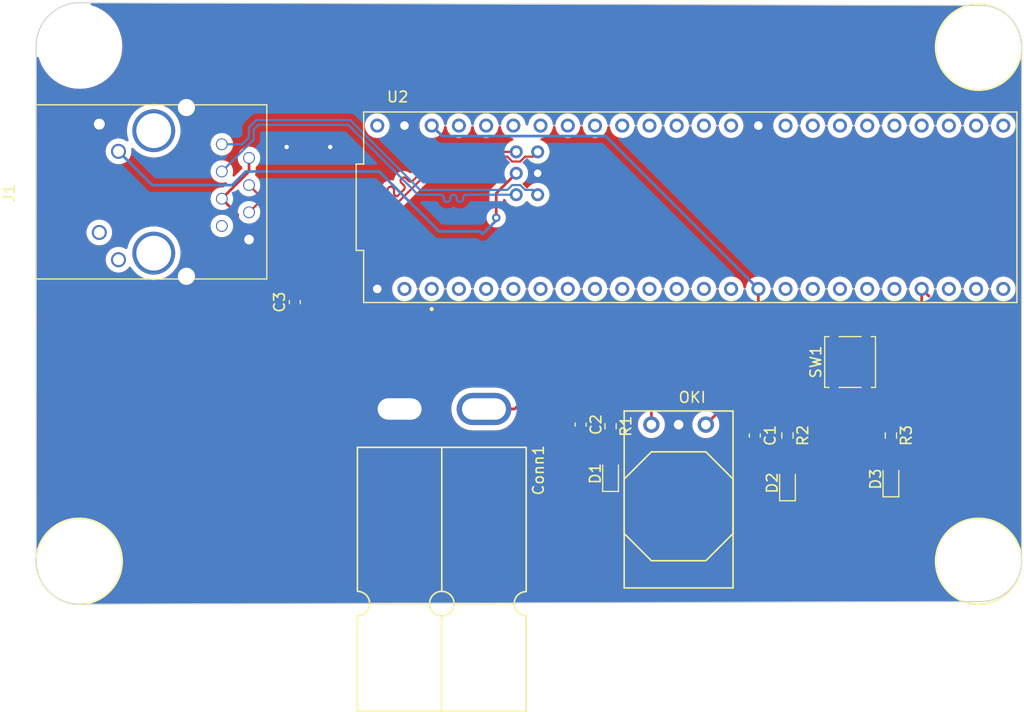
<source format=kicad_pcb>
(kicad_pcb (version 20221018) (generator pcbnew)
  (layers (0 "F.Cu" signal) (31 "B.Cu" signal) (34 "B.Paste" user) (35 "F.Paste" user) (36 "B.SilkS" user "B.Silkscreen") (37 "F.SilkS" user "F.Silkscreen") (38 "B.Mask" user) (39 "F.Mask" user) (44 "Edge.Cuts" user))
  (net 0 "")
  (net 1 "+3V3")
  (net 2 "GND")
  (net 3 "PV")
  (net 4 "Net-(C3-Pad1)")
  (net 5 "Net-(D1-A)")
  (net 6 "Net-(D2-A)")
  (net 7 "Net-(D3-A)")
  (net 9 "Net-(J1-Pad10)")
  (net 11 "/T+")
  (net 12 "/T-")
  (net 14 "/R+")
  (net 15 "/R-")
  (net 16 "Test Button")
  (footprint "Capacitor_SMD:C_0603_1608Metric_Pad1.08x0.95mm_HandSolder" (layer "F.Cu") (at 135.636 103.124 -90)
    (fp_text reference "C2" (at 0 -1.43 90) (layer "F.SilkS"))
    (fp_text value "10uF")
    (fp_line (start -0.146267 -0.51) (end 0.146267 -0.51) (stroke (width 0.12)) (layer "F.SilkS"))
    (fp_line (start -0.146267 0.51) (end 0.146267 0.51) (stroke (width 0.12)) (layer "F.SilkS"))
    (pad "1" smd roundrect (at -0.8625 0 270) (size 1.075 0.95) (layers "F.Cu" "F.Paste" "F.Mask") (net 3 "PV"))
    (pad "2" smd roundrect (at 0.8625 0 270) (size 1.075 0.95) (layers "F.Cu" "F.Paste" "F.Mask") (net 2 "GND"))
  )
  (footprint "LED_SMD:LED_0603_1608Metric_Pad1.05x0.95mm_HandSolder" (layer "F.Cu") (at 138.43 107.696 90)
    (fp_text reference "D1" (at 0 -1.43 90) (layer "F.SilkS"))
    (fp_text value "Green")
    (fp_line (start -1.66 -0.735) (end -1.66 0.735) (stroke (width 0.12)) (layer "F.SilkS"))
    (fp_line (start -1.66 0.735) (end 0.8 0.735) (stroke (width 0.12)) (layer "F.SilkS"))
    (fp_line (start 0.8 -0.735) (end -1.66 -0.735) (stroke (width 0.12)) (layer "F.SilkS"))
    (pad "1" smd roundrect (at -0.875 0 90) (size 1.05 0.95) (layers "F.Cu" "F.Paste" "F.Mask") (net 2 "GND"))
    (pad "2" smd roundrect (at 0.875 0 90) (size 1.05 0.95) (layers "F.Cu" "F.Paste" "F.Mask") (net 5 "Net-(D1-A)"))
  )
  (footprint "Resistor_SMD:R_0603_1608Metric_Pad0.98x0.95mm_HandSolder" (layer "F.Cu") (at 164.592 104.14 -90)
    (fp_text reference "R3" (at 0 -1.43 90) (layer "F.SilkS"))
    (fp_text value "120")
    (fp_line (start -0.254724 -0.5225) (end 0.254724 -0.5225) (stroke (width 0.12)) (layer "F.SilkS"))
    (fp_line (start -0.254724 0.5225) (end 0.254724 0.5225) (stroke (width 0.12)) (layer "F.SilkS"))
    (pad "1" smd roundrect (at -0.9125 0 270) (size 0.975 0.95) (layers "F.Cu" "F.Paste" "F.Mask") (net 16 "Test Button"))
    (pad "2" smd roundrect (at 0.9125 0 270) (size 0.975 0.95) (layers "F.Cu" "F.Paste" "F.Mask") (net 7 "Net-(D3-A)"))
  )
  (footprint "Button_Switch_SMD:SW_SPST_TL3305A" (layer "F.Cu") (at 160.782 97.282 90)
    (fp_text reference "SW1" (at 0 -3.2 90) (layer "F.SilkS"))
    (fp_text value "SW_Push")
    (fp_line (start -2.37 -2.37) (end -2.37 -1.97) (stroke (width 0.12)) (layer "F.SilkS"))
    (fp_line (start -2.37 -2.37) (end 2.37 -2.37) (stroke (width 0.12)) (layer "F.SilkS"))
    (fp_line (start -2.37 1.03) (end -2.37 -1.03) (stroke (width 0.12)) (layer "F.SilkS"))
    (fp_line (start -2.37 2.37) (end -2.37 1.97) (stroke (width 0.12)) (layer "F.SilkS"))
    (fp_line (start -2.37 2.37) (end 2.37 2.37) (stroke (width 0.12)) (layer "F.SilkS"))
    (fp_line (start 2.37 -2.37) (end 2.37 -1.97) (stroke (width 0.12)) (layer "F.SilkS"))
    (fp_line (start 2.37 1.03) (end 2.37 -1.03) (stroke (width 0.12)) (layer "F.SilkS"))
    (fp_line (start 2.37 2.37) (end 2.37 1.97) (stroke (width 0.12)) (layer "F.SilkS"))
    (pad "1" smd rect (at -3.6 -1.5 90) (size 1.6 1.4) (layers "F.Cu" "F.Paste" "F.Mask") (net 1 "+3V3"))
    (pad "1" smd rect (at 3.6 -1.5 90) (size 1.6 1.4) (layers "F.Cu" "F.Paste" "F.Mask") (net 1 "+3V3"))
    (pad "2" smd rect (at -3.6 1.5 90) (size 1.6 1.4) (layers "F.Cu" "F.Paste" "F.Mask") (net 16 "Test Button"))
    (pad "2" smd rect (at 3.6 1.5 90) (size 1.6 1.4) (layers "F.Cu" "F.Paste" "F.Mask") (net 16 "Test Button"))
  )
  (footprint "Resistor_SMD:R_0603_1608Metric_Pad0.98x0.95mm_HandSolder" (layer "F.Cu") (at 138.43 103.2745 -90)
    (fp_text reference "R1" (at 0 -1.43 90) (layer "F.SilkS"))
    (fp_text value "3k")
    (fp_line (start -0.254724 -0.5225) (end 0.254724 -0.5225) (stroke (width 0.12)) (layer "F.SilkS"))
    (fp_line (start -0.254724 0.5225) (end 0.254724 0.5225) (stroke (width 0.12)) (layer "F.SilkS"))
    (pad "1" smd roundrect (at -0.9125 0 270) (size 0.975 0.95) (layers "F.Cu" "F.Paste" "F.Mask") (net 3 "PV"))
    (pad "2" smd roundrect (at 0.9125 0 270) (size 0.975 0.95) (layers "F.Cu" "F.Paste" "F.Mask") (net 5 "Net-(D1-A)"))
  )
  (footprint "LED_SMD:LED_0603_1608Metric_Pad1.05x0.95mm_HandSolder" (layer "F.Cu") (at 154.94 108.571 90)
    (fp_text reference "D2" (at 0 -1.43 90) (layer "F.SilkS"))
    (fp_text value "Green")
    (fp_line (start -1.66 -0.735) (end -1.66 0.735) (stroke (width 0.12)) (layer "F.SilkS"))
    (fp_line (start -1.66 0.735) (end 0.8 0.735) (stroke (width 0.12)) (layer "F.SilkS"))
    (fp_line (start 0.8 -0.735) (end -1.66 -0.735) (stroke (width 0.12)) (layer "F.SilkS"))
    (pad "1" smd roundrect (at -0.875 0 90) (size 1.05 0.95) (layers "F.Cu" "F.Paste" "F.Mask") (net 2 "GND"))
    (pad "2" smd roundrect (at 0.875 0 90) (size 1.05 0.95) (layers "F.Cu" "F.Paste" "F.Mask") (net 6 "Net-(D2-A)"))
  )
  (footprint "Resistor_SMD:R_0603_1608Metric_Pad0.98x0.95mm_HandSolder" (layer "F.Cu") (at 154.94 104.14 -90)
    (fp_text reference "R2" (at 0 -1.43 90) (layer "F.SilkS"))
    (fp_text value "120")
    (fp_line (start -0.254724 -0.5225) (end 0.254724 -0.5225) (stroke (width 0.12)) (layer "F.SilkS"))
    (fp_line (start -0.254724 0.5225) (end 0.254724 0.5225) (stroke (width 0.12)) (layer "F.SilkS"))
    (pad "1" smd roundrect (at -0.9125 0 270) (size 0.975 0.95) (layers "F.Cu" "F.Paste" "F.Mask") (net 1 "+3V3"))
    (pad "2" smd roundrect (at 0.9125 0 270) (size 0.975 0.95) (layers "F.Cu" "F.Paste" "F.Mask") (net 6 "Net-(D2-A)"))
  )
  (footprint "Capacitor_SMD:C_0603_1608Metric_Pad1.08x0.95mm_HandSolder" (layer "F.Cu") (at 151.892 104.14 -90)
    (fp_text reference "C1" (at 0 -1.43 90) (layer "F.SilkS"))
    (fp_text value "10uF")
    (fp_line (start -0.146267 -0.51) (end 0.146267 -0.51) (stroke (width 0.12)) (layer "F.SilkS"))
    (fp_line (start -0.146267 0.51) (end 0.146267 0.51) (stroke (width 0.12)) (layer "F.SilkS"))
    (pad "1" smd roundrect (at -0.8625 0 270) (size 1.075 0.95) (layers "F.Cu" "F.Paste" "F.Mask") (net 1 "+3V3"))
    (pad "2" smd roundrect (at 0.8625 0 270) (size 1.075 0.95) (layers "F.Cu" "F.Paste" "F.Mask") (net 2 "GND"))
  )
  (footprint "MRDT_Devices:OKI_Horizontal" (layer "F.Cu") (at 142.24 103.124)
    (fp_text reference "U1" hide)
    (fp_text value "OKI" (at 3.81 -2.54) (layer "F.SilkS"))
    (fp_line (start -2.54 -1.27) (end 7.62 -1.27) (stroke (width 0.15)) (layer "F.SilkS"))
    (fp_line (start -2.54 5.08) (end 0 2.54) (stroke (width 0.15)) (layer "F.SilkS"))
    (fp_line (start -2.54 10.16) (end -2.54 5.08) (stroke (width 0.15)) (layer "F.SilkS"))
    (fp_line (start -2.54 15.24) (end -2.54 -1.27) (stroke (width 0.15)) (layer "F.SilkS"))
    (fp_line (start -2.54 15.24) (end 7.62 15.24) (stroke (width 0.15)) (layer "F.SilkS"))
    (fp_line (start 0 2.54) (end 5.08 2.54) (stroke (width 0.15)) (layer "F.SilkS"))
    (fp_line (start 0 12.7) (end -2.54 10.16) (stroke (width 0.15)) (layer "F.SilkS"))
    (fp_line (start 5.08 2.54) (end 7.62 5.08) (stroke (width 0.15)) (layer "F.SilkS"))
    (fp_line (start 5.08 12.7) (end 0 12.7) (stroke (width 0.15)) (layer "F.SilkS"))
    (fp_line (start 7.62 -1.27) (end 7.62 15.24) (stroke (width 0.15)) (layer "F.SilkS"))
    (fp_line (start 7.62 5.08) (end 7.62 10.16) (stroke (width 0.15)) (layer "F.SilkS"))
    (fp_line (start 7.62 10.16) (end 5.08 12.7) (stroke (width 0.15)) (layer "F.SilkS"))
    (pad "1" thru_hole circle (at 0 0) (size 1.524 1.524) (drill 0.889) (layers "*.Cu" "*.Mask") (net 3 "PV"))
    (pad "2" thru_hole circle (at 2.54 0) (size 1.524 1.524) (drill 0.889) (layers "*.Cu" "*.Mask") (net 2 "GND"))
    (pad "3" thru_hole circle (at 5.08 0) (size 1.524 1.524) (drill 0.889) (layers "*.Cu" "*.Mask") (net 1 "+3V3"))
  )
  (footprint "MRDT_Drill_Holes:4_40_Hole_Corner" (layer "F.Cu") (at 84.836 119.888)
    (fp_text reference "REF**" hide)
    (fp_text value "4_40_Hole" hide)
    (fp_circle (center 4.00812 -4.00812) (end 4.00812 0.00508) (stroke (width 0.15)) (fill none) (layer "F.SilkS"))
    (pad "" np_thru_hole circle (at 4.00812 -4.00812) (size 2.9464 2.9464) (drill 2.9464) (layers "*.Cu" "*.Mask") (clearance 2.5))
  )
  (footprint "MRDT_Shields:Teensy_4_1_Ethernet" (layer "F.Cu") (at 145.87 82.84)
    (fp_text reference "U2" (at -27.305 -10.295) (layer "F.SilkS"))
    (fp_text value "Teensy4.1_DEV-16771")
    (fp_line (start -31.18 4.03) (end -31.18 -4.03) (stroke (width 0.127)) (layer "F.SilkS"))
    (fp_line (start -30.48 -8.89) (end -30.48 -4.03) (stroke (width 0.127)) (layer "F.SilkS"))
    (fp_line (start -30.48 -8.89) (end 30.48 -8.89) (stroke (width 0.127)) (layer "F.SilkS"))
    (fp_line (start -30.48 -4.03) (end -31.18 -4.03) (stroke (width 0.127)) (layer "F.SilkS"))
    (fp_line (start -30.48 4.03) (end -31.18 4.03) (stroke (width 0.127)) (layer "F.SilkS"))
    (fp_line (start -30.48 8.89) (end -30.48 4.03) (stroke (width 0.127)) (layer "F.SilkS"))
    (fp_line (start 30.48 -8.89) (end 30.48 8.89) (stroke (width 0.127)) (layer "F.SilkS"))
    (fp_line (start 30.48 8.89) (end -30.48 8.89) (stroke (width 0.127)) (layer "F.SilkS"))
    (fp_circle (center -24.13 9.5) (end -24.03 9.5) (stroke (width 0.2)) (fill none) (layer "F.SilkS"))
    (pad "0" thru_hole circle (at -26.67 7.62) (size 1.308 1.308) (drill 0.8) (layers "*.Cu" "*.Mask"))
    (pad "1" thru_hole circle (at -24.13 7.62) (size 1.308 1.308) (drill 0.8) (layers "*.Cu" "*.Mask"))
    (pad "2" thru_hole circle (at -21.59 7.62) (size 1.308 1.308) (drill 0.8) (layers "*.Cu" "*.Mask"))
    (pad "3" thru_hole circle (at -19.05 7.62) (size 1.308 1.308) (drill 0.8) (layers "*.Cu" "*.Mask"))
    (pad "3.3V_1" thru_hole circle (at 6.35 7.62) (size 1.308 1.308) (drill 0.8) (layers "*.Cu" "*.Mask") (net 1 "+3V3"))
    (pad "3.3V_2" thru_hole circle (at -24.13 -7.62) (size 1.308 1.308) (drill 0.8) (layers "*.Cu" "*.Mask") (net 1 "+3V3"))
    (pad "4" thru_hole circle (at -16.51 7.62) (size 1.308 1.308) (drill 0.8) (layers "*.Cu" "*.Mask"))
    (pad "5" thru_hole circle (at -13.97 7.62) (size 1.308 1.308) (drill 0.8) (layers "*.Cu" "*.Mask"))
    (pad "6" thru_hole circle (at -11.43 7.62) (size 1.308 1.308) (drill 0.8) (layers "*.Cu" "*.Mask"))
    (pad "7" thru_hole circle (at -8.89 7.62) (size 1.308 1.308) (drill 0.8) (layers "*.Cu" "*.Mask"))
    (pad "8" thru_hole circle (at -6.35 7.62) (size 1.308 1.308) (drill 0.8) (layers "*.Cu" "*.Mask"))
    (pad "9" thru_hole circle (at -3.81 7.62) (size 1.308 1.308) (drill 0.8) (layers "*.Cu" "*.Mask"))
    (pad "10" thru_hole circle (at -1.27 7.62) (size 1.308 1.308) (drill 0.8) (layers "*.Cu" "*.Mask"))
    (pad "11" thru_hole circle (at 1.27 7.62) (size 1.308 1.308) (drill 0.8) (layers "*.Cu" "*.Mask"))
    (pad "12" thru_hole circle (at 3.81 7.62) (size 1.308 1.308) (drill 0.8) (layers "*.Cu" "*.Mask"))
    (pad "13" thru_hole circle (at 3.81 -7.62) (size 1.308 1.308) (drill 0.8) (layers "*.Cu" "*.Mask"))
    (pad "14" thru_hole circle (at 1.27 -7.62) (size 1.308 1.308) (drill 0.8) (layers "*.Cu" "*.Mask"))
    (pad "15" thru_hole circle (at -1.27 -7.62) (size 1.308 1.308) (drill 0.8) (layers "*.Cu" "*.Mask"))
    (pad "16" thru_hole circle (at -3.81 -7.62) (size 1.308 1.308) (drill 0.8) (layers "*.Cu" "*.Mask"))
    (pad "17" thru_hole circle (at -6.35 -7.62) (size 1.308 1.308) (drill 0.8) (layers "*.Cu" "*.Mask"))
    (pad "18" thru_hole circle (at -8.89 -7.62) (size 1.308 1.308) (drill 0.8) (layers "*.Cu" "*.Mask"))
    (pad "19" thru_hole circle (at -11.43 -7.62) (size 1.308 1.308) (drill 0.8) (layers "*.Cu" "*.Mask"))
    (pad "20" thru_hole circle (at -13.97 -7.62) (size 1.308 1.308) (drill 0.8) (layers "*.Cu" "*.Mask"))
    (pad "21" thru_hole circle (at -16.51 -7.62) (size 1.308 1.308) (drill 0.8) (layers "*.Cu" "*.Mask"))
    (pad "22" thru_hole circle (at -19.05 -7.62) (size 1.308 1.308) (drill 0.8) (layers "*.Cu" "*.Mask"))
    (pad "23" thru_hole circle (at -21.59 -7.62) (size 1.308 1.308) (drill 0.8) (layers "*.Cu" "*.Mask"))
    (pad "24" thru_hole circle (at 8.89 7.62) (size 1.308 1.308) (drill 0.8) (layers "*.Cu" "*.Mask"))
    (pad "25" thru_hole circle (at 11.43 7.62) (size 1.308 1.308) (drill 0.8) (layers "*.Cu" "*.Mask"))
    (pad "26" thru_hole circle (at 13.97 7.62) (size 1.308 1.308) (drill 0.8) (layers "*.Cu" "*.Mask"))
    (pad "27" thru_hole circle (at 16.51 7.62) (size 1.308 1.308) (drill 0.8) (layers "*.Cu" "*.Mask"))
    (pad "28" thru_hole circle (at 19.05 7.62) (size 1.308 1.308) (drill 0.8) (layers "*.Cu" "*.Mask"))
    (pad "29" thru_hole circle (at 21.59 7.62) (size 1.308 1.308) (drill 0.8) (layers "*.Cu" "*.Mask") (net 16 "Test Button"))
    (pad "30" thru_hole circle (at 24.13 7.62) (size 1.308 1.308) (drill 0.8) (layers "*.Cu" "*.Mask"))
    (pad "31" thru_hole circle (at 26.67 7.62) (size 1.308 1.308) (drill 0.8) (layers "*.Cu" "*.Mask"))
    (pad "32" thru_hole circle (at 29.21 7.62) (size 1.308 1.308) (drill 0.8) (layers "*.Cu" "*.Mask"))
    (pad "33" thru_hole circle (at 29.21 -7.62) (size 1.308 1.308) (drill 0.8) (layers "*.Cu" "*.Mask"))
    (pad "34" thru_hole circle (at 26.67 -7.62) (size 1.308 1.308) (drill 0.8) (layers "*.Cu" "*.Mask"))
    (pad "35" thru_hole circle (at 24.13 -7.62) (size 1.308 1.308) (drill 0.8) (layers "*.Cu" "*.Mask"))
    (pad "36" thru_hole circle (at 21.59 -7.62) (size 1.308 1.308) (drill 0.8) (layers "*.Cu" "*.Mask"))
    (pad "37" thru_hole circle (at 19.05 -7.62) (size 1.308 1.308) (drill 0.8) (layers "*.Cu" "*.Mask"))
    (pad "38" thru_hole circle (at 16.51 -7.62) (size 1.308 1.308) (drill 0.8) (layers "*.Cu" "*.Mask"))
    (pad "39" thru_hole circle (at 13.97 -7.62) (size 1.308 1.308) (drill 0.8) (layers "*.Cu" "*.Mask"))
    (pad "40" thru_hole circle (at 11.43 -7.62) (size 1.308 1.308) (drill 0.8) (layers "*.Cu" "*.Mask"))
    (pad "41" thru_hole circle (at 8.89 -7.62) (size 1.308 1.308) (drill 0.8) (layers "*.Cu" "*.Mask"))
    (pad "GND1" thru_hole circle (at -29.21 7.62) (size 1.308 1.308) (drill 0.8) (layers "*.Cu" "*.Mask") (net 2 "GND"))
    (pad "GND2" thru_hole circle (at 6.35 -7.62) (size 1.308 1.308) (drill 0.8) (layers "*.Cu" "*.Mask") (net 2 "GND"))
    (pad "GND3" thru_hole circle (at -26.67 -7.62) (size 1.308 1.308) (drill 0.8) (layers "*.Cu" "*.Mask") (net 2 "GND"))
    (pad "GND5" thru_hole circle (at -14.24 -3.17) (size 1.208 1.208) (drill 0.7) (layers "*.Cu" "*.Mask") (net 2 "GND"))
    (pad "LED" thru_hole circle (at -16.24 -3.17) (size 1.208 1.208) (drill 0.7) (layers "*.Cu" "*.Mask") (net 9 "Net-(J1-Pad10)"))
    (pad "R+" thru_hole circle (at -16.24 -5.17) (size 1.208 1.208) (drill 0.7) (layers "*.Cu" "*.Mask") (net 14 "/R+"))
    (pad "R-" thru_hole circle (at -14.24 -5.17) (size 1.208 1.208) (drill 0.7) (layers "*.Cu" "*.Mask") (net 15 "/R-"))
    (pad "T+" thru_hole circle (at -14.24 -1.17) (size 1.208 1.208) (drill 0.7) (layers "*.Cu" "*.Mask") (net 11 "/T+"))
    (pad "T-" thru_hole circle (at -16.24 -1.17) (size 1.208 1.208) (drill 0.7) (layers "*.Cu" "*.Mask") (net 12 "/T-"))
    (pad "VIN" thru_hole circle (at -29.21 -7.62) (size 1.308 1.308) (drill 0.8) (layers "*.Cu" "*.Mask"))
  )
  (footprint "Capacitor_SMD:C_0603_1608Metric_Pad1.08x0.95mm_HandSolder" (layer "F.Cu") (at 108.966 91.694 90)
    (fp_text reference "C3" (at 0 -1.43 90) (layer "F.SilkS"))
    (fp_text value "0.1uF")
    (fp_line (start -0.146267 -0.51) (end 0.146267 -0.51) (stroke (width 0.12)) (layer "F.SilkS"))
    (fp_line (start -0.146267 0.51) (end 0.146267 0.51) (stroke (width 0.12)) (layer "F.SilkS"))
    (pad "1" smd roundrect (at -0.8625 0 90) (size 1.075 0.95) (layers "F.Cu" "F.Paste" "F.Mask") (net 4 "Net-(C3-Pad1)"))
    (pad "2" smd roundrect (at 0.8625 0 90) (size 1.075 0.95) (layers "F.Cu" "F.Paste" "F.Mask") (net 2 "GND"))
  )
  (footprint "MRDT_Connectors:Square_Anderson_2_H_Side_By_Side_PV" (layer "F.Cu") (at 118.445 101.5402 90)
    (fp_text reference "Conn1" (at -5.85 13.25 90) (layer "F.SilkS"))
    (fp_text value "AndersonPP")
    (fp_line (start -28.344 -3.637) (end -28.344 12.111) (stroke (width 0.15)) (layer "F.SilkS"))
    (fp_line (start -28.3186 -3.637) (end -20.5716 -3.637) (stroke (width 0.15)) (layer "F.SilkS"))
    (fp_line (start -28.3186 4.2116) (end -19.4286 4.2116) (stroke (width 0.15)) (layer "F.SilkS"))
    (fp_line (start -20.597 12.111) (end -19.4286 12.111) (stroke (width 0.15)) (layer "F.SilkS"))
    (fp_line (start -20.5716 12.111) (end -28.3186 12.111) (stroke (width 0.15)) (layer "F.SilkS"))
    (fp_line (start -19.4286 -3.637) (end -20.6478 -3.637) (stroke (width 0.15)) (layer "F.SilkS"))
    (fp_line (start -18.2856 -2.494) (end -18.2856 -1.3256) (stroke (width 0.15)) (layer "F.SilkS"))
    (fp_line (start -18.2856 1.951) (end -18.2856 -1.3256) (stroke (width 0.15)) (layer "F.SilkS"))
    (fp_line (start -18.2856 1.951) (end -18.2856 3.094) (stroke (width 0.15)) (layer "F.SilkS"))
    (fp_line (start -18.2856 6.523) (end -18.2856 5.38) (stroke (width 0.15)) (layer "F.SilkS"))
    (fp_line (start -18.2856 6.523) (end -18.2856 9.825) (stroke (width 0.15)) (layer "F.SilkS"))
    (fp_line (start -18.2856 9.7996) (end -18.2856 10.968) (stroke (width 0.15)) (layer "F.SilkS"))
    (fp_line (start -16.025 -3.637) (end -17.1172 -3.637) (stroke (width 0.15)) (layer "F.SilkS"))
    (fp_line (start -15.9996 -3.637) (end -3.706 -3.637) (stroke (width 0.15)) (layer "F.SilkS"))
    (fp_line (start -15.9996 4.237) (end -17.1426 4.237) (stroke (width 0.15)) (layer "F.SilkS"))
    (fp_line (start -15.9996 4.237) (end -3.706 4.237) (stroke (width 0.15)) (layer "F.SilkS"))
    (fp_line (start -15.9996 12.111) (end -3.706 12.111) (stroke (width 0.15)) (layer "F.SilkS"))
    (fp_line (start -15.9742 12.111) (end -17.168 12.111) (stroke (width 0.15)) (layer "F.SilkS"))
    (fp_line (start -3.706 -3.637) (end -3.706 12.111) (stroke (width 0.15)) (layer "F.SilkS"))
    (fp_arc (start -19.4032 12.111) (mid -19.075863 11.320737) (end -18.2856 10.9934) (stroke (width 0.15)) (layer "F.SilkS"))
    (fp_arc (start -18.2856 -2.494) (mid -19.093823 -2.828777) (end -19.4286 -3.637) (stroke (width 0.15)) (layer "F.SilkS"))
    (fp_arc (start -18.2856 10.9934) (mid -17.495337 11.320737) (end -17.168 12.111) (stroke (width 0.15)) (layer "F.SilkS"))
    (fp_arc (start -17.1426 -3.637) (mid -17.477377 -2.828777) (end -18.2856 -2.494) (stroke (width 0.15)) (layer "F.SilkS"))
    (fp_circle (center -18.2856 4.237) (end -18.2856 5.38) (stroke (width 0.15)) (fill none) (layer "F.SilkS"))
    (pad "1" thru_hole oval (at -0.1246 0.3 90) (size 3 5.1) (drill oval 2 4.1) (layers "*.Cu" "*.Mask") (net 2 "GND"))
    (pad "4" thru_hole oval (at -0.1246 8.174 90) (size 3 5.1) (drill oval 2 4.1) (layers "*.Cu" "*.Mask") (net 3 "PV"))
  )
  (footprint "LED_SMD:LED_0603_1608Metric_Pad1.05x0.95mm_HandSolder" (layer "F.Cu") (at 164.592 108.204 90)
    (fp_text reference "D3" (at 0 -1.43 90) (layer "F.SilkS"))
    (fp_text value "Green")
    (fp_line (start -1.66 -0.735) (end -1.66 0.735) (stroke (width 0.12)) (layer "F.SilkS"))
    (fp_line (start -1.66 0.735) (end 0.8 0.735) (stroke (width 0.12)) (layer "F.SilkS"))
    (fp_line (start 0.8 -0.735) (end -1.66 -0.735) (stroke (width 0.12)) (layer "F.SilkS"))
    (pad "1" smd roundrect (at -0.875 0 90) (size 1.05 0.95) (layers "F.Cu" "F.Paste" "F.Mask") (net 2 "GND"))
    (pad "2" smd roundrect (at 0.875 0 90) (size 1.05 0.95) (layers "F.Cu" "F.Paste" "F.Mask") (net 7 "Net-(D3-A)"))
  )
  (footprint "" (layer "F.Cu") (at 88.9 67.818)
    (fp_text reference "" (at 0 0) (layer "F.SilkS") (effects (font (size 1.27 1.27))))
    (fp_text value "" (at 0 0) (layer "F.SilkS") (effects (font (size 1.27 1.27))))
    (pad "" np_thru_hole circle (at 0 0 180) (size 2.9464 2.9464) (drill 2.9464) (layers "F&B.Cu" "*.Mask") (clearance 2.5))
  )
  (footprint "MRDT_Drill_Holes:4_40_Hole_Corner" (layer "F.Cu") (at 176.784 63.8923 180)
    (fp_text reference "REF**" hide)
    (fp_text value "4_40_Hole" hide)
    (fp_circle (center 4.00812 -4.00812) (end 4.00812 0.00508) (stroke (width 0.15)) (fill none) (layer "F.SilkS"))
    (pad "" np_thru_hole circle (at 4.00812 -4.00812 180) (size 2.9464 2.9464) (drill 2.9464) (layers "*.Cu" "*.Mask") (clearance 2.5))
  )
  (footprint "MRDT_Connectors:RJ45_Teensy" (layer "F.Cu") (at 82.804 81.534 -90)
    (fp_text reference "J1" (at 0 0.5 90) (layer "F.SilkS"))
    (fp_text value "RJ45_LED_Shielded")
    (fp_line (start -8.25 -23.55) (end 8 -23.55) (stroke (width 0.12)) (layer "F.SilkS"))
    (fp_line (start -8.25 -2) (end -8.25 -23.55) (stroke (width 0.12)) (layer "F.SilkS"))
    (fp_line (start -8.25 -2) (end 8 -2) (stroke (width 0.12)) (layer "F.SilkS"))
    (fp_line (start 8 -2) (end 8 -23.55) (stroke (width 0.12)) (layer "F.SilkS"))
    (pad "1" thru_hole circle (at -4.57 -19.35 270) (size 1.1 1.1) (drill 0.9) (layers "*.Cu" "*.Mask") (net 11 "/T+"))
    (pad "2" thru_hole circle (at -3.3 -21.89 270) (size 1.1 1.1) (drill 0.9) (layers "*.Cu" "*.Mask") (net 4 "Net-(C3-Pad1)"))
    (pad "3" thru_hole circle (at -2.03 -19.35 270) (size 1.1 1.1) (drill 0.9) (layers "*.Cu" "*.Mask") (net 12 "/T-"))
    (pad "4" thru_hole circle (at -0.76 -21.89 270) (size 1.1 1.1) (drill 0.9) (layers "*.Cu" "*.Mask") (net 14 "/R+"))
    (pad "5" thru_hole circle (at 0.51 -19.35 270) (size 1.1 1.1) (drill 0.9) (layers "*.Cu" "*.Mask") (net 4 "Net-(C3-Pad1)"))
    (pad "6" thru_hole circle (at 1.78 -21.89 270) (size 1.1 1.1) (drill 0.9) (layers "*.Cu" "*.Mask") (net 15 "/R-"))
    (pad "7" thru_hole circle (at 3.05 -19.35 270) (size 1.1 1.1) (drill 0.9) (layers "*.Cu" "*.Mask"))
    (pad "8" thru_hole circle (at 4.32 -21.89 270) (size 1.1 1.1) (drill 0.9) (layers "*.Cu" "*.Mask") (net 2 "GND"))
    (pad "9" thru_hole circle (at -6.45 -7.92 270) (size 1.4 1.4) (drill 1.02) (layers "*.Cu" "*.Mask") (net 2 "GND"))
    (pad "10" thru_hole circle (at -3.91 -9.71 270) (size 1.4 1.4) (drill 1.02) (layers "*.Cu" "*.Mask") (net 9 "Net-(J1-Pad10)"))
    (pad "11" thru_hole circle (at 3.66 -7.92 270) (size 1.4 1.4) (drill 1.02) (layers "*.Cu" "*.Mask"))
    (pad "12" thru_hole circle (at 6.2 -9.71 270) (size 1.4 1.4) (drill 1.02) (layers "*.Cu" "*.Mask"))
    (pad "13" thru_hole circle (at -5.84 -13 270) (size 4 4) (drill 3.25) (layers "*.Cu" "*.Mask"))
    (pad "14" thru_hole circle (at 5.59 -13 270) (size 4 4) (drill 3.25) (layers "*.Cu" "*.Mask"))
    (pad "SH" thru_hole circle (at -8 -16.05 270) (size 2 2) (drill 1.6) (layers "*.Cu" "*.Mask") (net 2 "GND"))
    (pad "SH" thru_hole circle (at 7.75 -16.05 270) (size 2 2) (drill 1.6) (layers "*.Cu" "*.Mask") (net 2 "GND"))
  )
  (footprint "MRDT_Drill_Holes:4_40_Hole_Corner" (layer "F.Cu") (at 176.784 119.888 90)
    (fp_text reference "REF**" hide)
    (fp_text value "4_40_Hole" hide)
    (fp_circle (center 4.00812 -4.00812) (end 4.00812 0.00508) (stroke (width 0.15)) (fill none) (layer "F.SilkS"))
    (pad "" np_thru_hole circle (at 4.00812 -4.00812 90) (size 2.9464 2.9464) (drill 2.9464) (layers "*.Cu" "*.Mask") (clearance 2.5))
  )
  (gr_arc (start 172.974 64.008) (mid 175.668077 65.123923) (end 176.784 67.818) (stroke (width 0.1)) (layer "Edge.Cuts"))
  (gr_line (start 89.154 63.754001) (end 172.974 64.008) (stroke (width 0.1)) (layer "Edge.Cuts"))
  (gr_arc (start 176.784 115.824) (mid 175.668077 118.518077) (end 172.974 119.634) (stroke (width 0.1)) (layer "Edge.Cuts"))
  (gr_line (start 176.784 115.824) (end 176.784 67.818) (stroke (width 0.1)) (layer "Edge.Cuts"))
  (gr_line (start 172.974 119.634) (end 88.9 119.888) (stroke (width 0.1)) (layer "Edge.Cuts"))
  (gr_line (start 84.836 115.824) (end 84.828071 67.818) (stroke (width 0.1)) (layer "Edge.Cuts"))
  (gr_arc (start 88.9 119.888) (mid 86.026318 118.697682) (end 84.836 115.824) (stroke (width 0.1)) (layer "Edge.Cuts"))
  (gr_arc (start 172.974 64.008) (mid 175.668077 65.123923) (end 176.784 67.818) (stroke (width 0.1)) (layer "Edge.Cuts"))
  (gr_arc (start 84.828071 67.818) (mid 86.11196 64.850267) (end 89.154 63.754001) (stroke (width 0.1)) (layer "Edge.Cuts"))
  (segment (start 159.282 95.25) (end 159.282 95.988) (width 0.254) (layer "F.Cu") (net 1))
  (segment (start 159.282 93.682) (end 159.282 95.25) (width 0.254) (layer "F.Cu") (net 1))
  (segment (start 156.972 98.044) (end 154.178 98.044) (width 0.254) (layer "F.Cu") (net 1))
  (segment (start 153.714 100.882) (end 153.543 100.711) (width 0.254) (layer "F.Cu") (net 1))
  (segment (start 153.416 100.584) (end 153.543 100.711) (width 0.254) (layer "F.Cu") (net 1))
  (segment (start 151.892 103.124) (end 149.606 100.838) (width 0.254) (layer "F.Cu") (net 1))
  (segment (start 152.4 99.822) (end 151.638 100.584) (width 0.254) (layer "F.Cu") (net 1))
  (segment (start 154.94 102.108) (end 154.94 103.2275) (width 0.254) (layer "F.Cu") (net 1))
  (segment (start 147.32 103.124) (end 149.606 100.838) (width 0.254) (layer "F.Cu") (net 1))
  (segment (start 154.178 98.044) (end 152.4 99.822) (width 0.254) (layer "F.Cu") (net 1))
  (segment (start 159.282 95.25) (end 159.282 95.734) (width 0.254) (layer "F.Cu") (net 1))
  (segment (start 153.543 100.711) (end 154.94 102.108) (width 0.254) (layer "F.Cu") (net 1))
  (segment (start 152.22 90.46) (end 152.22 99.642) (width 0.254) (layer "F.Cu") (net 1))
  (segment (start 159.282 95.988) (end 159.258 96.012) (width 0.254) (layer "F.Cu") (net 1))
  (segment (start 149.606 100.584) (end 151.638 100.584) (width 0.254) (layer "F.Cu") (net 1))
  (segment (start 159.282 100.882) (end 153.714 100.882) (width 0.254) (layer "F.Cu") (net 1))
  (segment (start 159.282 95.734) (end 156.972 98.044) (width 0.254) (layer "F.Cu") (net 1))
  (segment (start 151.892 103.2775) (end 151.892 103.124) (width 0.254) (layer "F.Cu") (net 1))
  (segment (start 152.22 99.642) (end 152.4 99.822) (width 0.254) (layer "F.Cu") (net 1))
  (segment (start 149.606 100.838) (end 149.606 100.584) (width 0.254) (layer "F.Cu") (net 1))
  (segment (start 151.638 100.584) (end 153.416 100.584) (width 0.254) (layer "F.Cu") (net 1))
  (segment (start 152.22 90.46) (end 137.96 76.2) (width 0.254) (layer "B.Cu") (net 1))
  (segment (start 137.96 76.2) (end 137.668 76.2) (width 0.254) (layer "B.Cu") (net 1))
  (segment (start 137.668 76.2) (end 137.667 76.201) (width 0.254) (layer "B.Cu") (net 1))
  (segment (start 137.667 76.201) (end 122.721 76.201) (width 0.254) (layer "B.Cu") (net 1))
  (segment (start 122.721 76.201) (end 121.74 75.22) (width 0.254) (layer "B.Cu") (net 1))
  (via (at 108.204 77.216) (size 0.8) (drill 0.4) (layers "F.Cu" "B.Cu") (net 2))
  (via (at 112.268 77.216) (size 0.8) (drill 0.4) (layers "F.Cu" "B.Cu") (net 2))
  (segment (start 137.414 100.076) (end 141.224 100.076) (width 0.254) (layer "F.Cu") (net 3))
  (segment (start 135.636 101.346) (end 134.366 100.076) (width 0.254) (layer "F.Cu") (net 3))
  (segment (start 141.224 100.076) (end 141.986 100.838) (width 0.254) (layer "F.Cu") (net 3))
  (segment (start 126.619 101.6648) (end 129.4752 101.6648) (width 0.254) (layer "F.Cu") (net 3))
  (segment (start 141.986 101.6) (end 142.24 101.854) (width 0.254) (layer "F.Cu") (net 3))
  (segment (start 138.43 102.362) (end 138.43 101.092) (width 0.254) (layer "F.Cu") (net 3))
  (segment (start 131.064 100.076) (end 134.366 100.076) (width 0.254) (layer "F.Cu") (net 3))
  (segment (start 129.4752 101.6648) (end 131.064 100.076) (width 0.254) (layer "F.Cu") (net 3))
  (segment (start 142.24 101.854) (end 142.24 103.124) (width 0.254) (layer "F.Cu") (net 3))
  (segment (start 138.43 101.092) (end 137.414 100.076) (width 0.254) (layer "F.Cu") (net 3))
  (segment (start 135.636 102.2615) (end 135.636 101.346) (width 0.254) (layer "F.Cu") (net 3))
  (segment (start 134.366 100.076) (end 137.414 100.076) (width 0.254) (layer "F.Cu") (net 3))
  (segment (start 141.986 100.838) (end 141.986 101.6) (width 0.254) (layer "F.Cu") (net 3))
  (segment (start 104.694 79.504) (end 102.154 82.044) (width 0.254) (layer "F.Cu") (net 4))
  (segment (start 103.632 87.2225) (end 108.966 92.5565) (width 0.254) (layer "F.Cu") (net 4))
  (segment (start 104.694 78.234) (end 104.694 79.504) (width 0.254) (layer "F.Cu") (net 4))
  (segment (start 102.154 82.044) (end 103.632 83.522) (width 0.254) (layer "F.Cu") (net 4))
  (segment (start 103.632 83.522) (end 103.632 87.2225) (width 0.254) (layer "F.Cu") (net 4))
  (segment (start 138.43 104.187) (end 138.43 106.821) (width 0.254) (layer "F.Cu") (net 5))
  (segment (start 154.94 105.0525) (end 154.94 107.696) (width 0.254) (layer "F.Cu") (net 6))
  (segment (start 164.592 107.329) (end 164.592 105.0525) (width 0.254) (layer "F.Cu") (net 7))
  (segment (start 127.762 83.82) (end 127.762 81.538) (width 0.254) (layer "F.Cu") (net 9))
  (segment (start 127.762 81.538) (end 129.63 79.67) (width 0.254) (layer "F.Cu") (net 9))
  (via (at 127.762 83.82) (size 0.8) (drill 0.4) (layers "F.Cu" "B.Cu") (net 9))
  (segment (start 126.238 85.09) (end 126.492 85.344) (width 0.254) (layer "B.Cu") (net 9))
  (segment (start 92.514 77.624) (end 95.662 80.772) (width 0.254) (layer "B.Cu") (net 9))
  (segment (start 104.394 79.502) (end 116.84 79.502) (width 0.254) (layer "B.Cu") (net 9))
  (segment (start 127.762 84.074) (end 127.762 83.82) (width 0.254) (layer "B.Cu") (net 9))
  (segment (start 103.124 80.772) (end 104.394 79.502) (width 0.254) (layer "B.Cu") (net 9))
  (segment (start 116.84 79.502) (end 122.428 85.09) (width 0.254) (layer "B.Cu") (net 9))
  (segment (start 122.428 85.09) (end 126.238 85.09) (width 0.254) (layer "B.Cu") (net 9))
  (segment (start 126.492 85.344) (end 127.762 84.074) (width 0.254) (layer "B.Cu") (net 9))
  (segment (start 95.662 80.772) (end 103.124 80.772) (width 0.254) (layer "B.Cu") (net 9))
  (segment (start 104.677 75.389872) (end 105.361872 74.705) (width 0.2) (layer "B.Cu") (net 11))
  (segment (start 104.057603 76.964) (end 104.677 76.344603) (width 0.2) (layer "B.Cu") (net 11))
  (segment (start 129.25555 80.766) (end 130.00445 80.766) (width 0.2) (layer "B.Cu") (net 11))
  (segment (start 130.45845 81.22) (end 131.18 81.22) (width 0.2) (layer "B.Cu") (net 11))
  (segment (start 120.6542 81.22) (end 128.80155 81.22) (width 0.2) (layer "B.Cu") (net 11))
  (segment (start 102.154 76.964) (end 104.057603 76.964) (width 0.2) (layer "B.Cu") (net 11))
  (segment (start 131.18 81.22) (end 131.63 81.67) (width 0.2) (layer "B.Cu") (net 11))
  (segment (start 130.00445 80.766) (end 130.45845 81.22) (width 0.2) (layer "B.Cu") (net 11))
  (segment (start 105.361872 74.705) (end 114.1392 74.705) (width 0.2) (layer "B.Cu") (net 11))
  (segment (start 128.80155 81.22) (end 129.25555 80.766) (width 0.2) (layer "B.Cu") (net 11))
  (segment (start 104.677 76.344603) (end 104.677 75.389872) (width 0.2) (layer "B.Cu") (net 11))
  (segment (start 114.1392 74.705) (end 120.6542 81.22) (width 0.2) (layer "B.Cu") (net 11))
  (segment (start 122.568 81.67) (end 121.222829 81.67) (width 0.2) (layer "B.Cu") (net 12))
  (segment (start 124.068 82.051717) (end 124.068 81.97) (width 0.2) (layer "B.Cu") (net 12))
  (segment (start 123.468 81.97) (end 123.468 82.051738) (width 0.2) (layer "B.Cu") (net 12))
  (segment (start 122.868 82.051738) (end 122.868 81.97) (width 0.2) (layer "B.Cu") (net 12))
  (segment (start 121.222829 81.67) (end 120.4678 81.67) (width 0.2) (layer "B.Cu") (net 12))
  (segment (start 105.127 75.576272) (end 105.127 76.531) (width 0.2) (layer "B.Cu") (net 12))
  (segment (start 105.127 76.531) (end 102.154 79.504) (width 0.2) (layer "B.Cu") (net 12))
  (segment (start 129.63 81.67) (end 124.968 81.67) (width 0.2) (layer "B.Cu") (net 12))
  (segment (start 105.548272 75.155) (end 105.127 75.576272) (width 0.2) (layer "B.Cu") (net 12))
  (segment (start 113.9528 75.155) (end 105.548272 75.155) (width 0.2) (layer "B.Cu") (net 12))
  (segment (start 124.668 81.97) (end 124.668 82.051717) (width 0.2) (layer "B.Cu") (net 12))
  (segment (start 120.4678 81.67) (end 113.9528 75.155) (width 0.2) (layer "B.Cu") (net 12))
  (arc (start 122.868 81.97) (mid 122.780132 81.757868) (end 122.568 81.67) (width 0.2) (layer "B.Cu") (net 12))
  (arc (start 123.168 82.351738) (mid 122.955868 82.26387) (end 122.868 82.051738) (width 0.2) (layer "B.Cu") (net 12))
  (arc (start 124.068 81.97) (mid 123.980132 81.757868) (end 123.768 81.67) (width 0.2) (layer "B.Cu") (net 12))
  (arc (start 123.468 82.051738) (mid 123.380132 82.26387) (end 123.168 82.351738) (width 0.2) (layer "B.Cu") (net 12))
  (arc (start 123.768 81.67) (mid 123.555868 81.757868) (end 123.468 81.97) (width 0.2) (layer "B.Cu") (net 12))
  (arc (start 124.668 82.051717) (mid 124.580132 82.263849) (end 124.368 82.351717) (width 0.2) (layer "B.Cu") (net 12))
  (arc (start 124.368 82.351717) (mid 124.155868 82.263849) (end 124.068 82.051717) (width 0.2) (layer "B.Cu") (net 12))
  (arc (start 124.968 81.67) (mid 124.755868 81.757868) (end 124.668 81.97) (width 0.2) (layer "B.Cu") (net 12))
  (segment (start 119.134371 81.207428) (end 118.522801 81.818999) (width 0.2) (layer "F.Cu") (net 14))
  (segment (start 118.222801 81.518999) (end 118.222801 81.22085) (width 0.2) (layer "F.Cu") (net 14))
  (segment (start 105.738999 81.818999) (end 104.694 80.774) (width 0.2) (layer "F.Cu") (net 14))
  (segment (start 122.6718 77.67) (end 119.9829 80.3589) (width 0.2) (layer "F.Cu") (net 14))
  (segment (start 117.622801 81.22085) (end 117.622801 81.518999) (width 0.2) (layer "F.Cu") (net 14))
  (segment (start 119.13437 81.207427) (end 119.134371 81.207428) (width 0.2) (layer "F.Cu") (net 14))
  (segment (start 118.923543 80.572336) (end 119.13437 80.783163) (width 0.2) (layer "F.Cu") (net 14))
  (segment (start 129.63 77.67) (end 122.6718 77.67) (width 0.2) (layer "F.Cu") (net 14))
  (segment (start 119.558635 80.3589) (end 119.347807 80.148072) (width 0.2) (layer "F.Cu") (net 14))
  (segment (start 117.322801 81.818999) (end 115.472801 81.818999) (width 0.2) (layer "F.Cu") (net 14))
  (segment (start 115.472801 81.818999) (end 105.738999 81.818999) (width 0.2) (layer "F.Cu") (net 14))
  (segment (start 119.558634 80.3589) (end 119.558635 80.3589) (width 0.2) (layer "F.Cu") (net 14))
  (arc (start 118.522801 81.818999) (mid 118.310669 81.731131) (end 118.222801 81.518999) (width 0.2) (layer "F.Cu") (net 14))
  (arc (start 118.222801 81.22085) (mid 118.134933 81.008718) (end 117.922801 80.92085) (width 0.2) (layer "F.Cu") (net 14))
  (arc (start 119.9829 80.3589) (mid 119.770767 80.446768) (end 119.558634 80.3589) (width 0.2) (layer "F.Cu") (net 14))
  (arc (start 117.922801 80.92085) (mid 117.710669 81.008718) (end 117.622801 81.22085) (width 0.2) (layer "F.Cu") (net 14))
  (arc (start 119.13437 80.783163) (mid 119.222238 80.995295) (end 119.13437 81.207427) (width 0.2) (layer "F.Cu") (net 14))
  (arc (start 118.923543 80.148072) (mid 118.835675 80.360204) (end 118.923543 80.572336) (width 0.2) (layer "F.Cu") (net 14))
  (arc (start 119.347807 80.148072) (mid 119.135675 80.060204) (end 118.923543 80.148072) (width 0.2) (layer "F.Cu") (net 14))
  (arc (start 117.622801 81.518999) (mid 117.534933 81.731131) (end 117.322801 81.818999) (width 0.2) (layer "F.Cu") (net 14))
  (segment (start 118.709199 82.269001) (end 122.8582 78.12) (width 0.2) (layer "F.Cu") (net 15))
  (segment (start 122.8582 78.12) (end 128.80155 78.12) (width 0.2) (layer "F.Cu") (net 15))
  (segment (start 130.45845 78.12) (end 131.18 78.12) (width 0.2) (layer "F.Cu") (net 15))
  (segment (start 129.25555 78.574) (end 130.00445 78.574) (width 0.2) (layer "F.Cu") (net 15))
  (segment (start 104.694 83.314) (end 105.738999 82.269001) (width 0.2) (layer "F.Cu") (net 15))
  (segment (start 131.18 78.12) (end 131.63 77.67) (width 0.2) (layer "F.Cu") (net 15))
  (segment (start 130.00445 78.574) (end 130.45845 78.12) (width 0.2) (layer "F.Cu") (net 15))
  (segment (start 105.738999 82.269001) (end 118.709199 82.269001) (width 0.2) (layer "F.Cu") (net 15))
  (segment (start 128.80155 78.12) (end 129.25555 78.574) (width 0.2) (layer "F.Cu") (net 15))
  (segment (start 167.46 98.044) (end 167.46 100.3595) (width 0.254) (layer "F.Cu") (net 16))
  (segment (start 164.084 101.092) (end 167.46 97.716) (width 0.254) (layer "F.Cu") (net 16))
  (segment (start 167.46 97.028) (end 167.46 98.044) (width 0.254) (layer "F.Cu") (net 16))
  (segment (start 167.46 90.46) (end 167.46 92.456) (width 0.254) (layer "F.Cu") (net 16))
  (segment (start 165.818 93.682) (end 165.862 93.726) (width 0.254) (layer "F.Cu") (net 16))
  (segment (start 162.282 93.682) (end 165.818 93.682) (width 0.254) (layer "F.Cu") (net 16))
  (segment (start 167.46 92.456) (end 167.46 97.028) (width 0.254) (layer "F.Cu") (net 16))
  (segment (start 167.46 100.3595) (end 164.592 103.2275) (width 0.254) (layer "F.Cu") (net 16))
  (segment (start 167.46 97.716) (end 167.46 97.028) (width 0.254) (layer "F.Cu") (net 16))
  (segment (start 165.862 93.726) (end 167.132 92.456) (width 0.254) (layer "F.Cu") (net 16))
  (segment (start 163.874 100.882) (end 164.084 101.092) (width 0.254) (layer "F.Cu") (net 16))
  (segment (start 162.282 100.882) (end 163.874 100.882) (width 0.254) (layer "F.Cu") (net 16))
  (segment (start 168.148 91.148) (end 167.46 90.46) (width 0.254) (layer "F.Cu") (net 16))
  (segment (start 167.132 92.456) (end 167.46 92.456) (width 0.254) (layer "F.Cu") (net 16))
  (zone (net 2) (net_name "GND") (layers "F&B.Cu") (connect_pads yes (clearance 0.5)) (min_thickness 0.25) (fill yes (thermal_gap 0.5) (thermal_bridge_width 0.5))
    (polygon (pts (xy 84.836 63.5) (xy 176.784 63.8923) (xy 176.784 119.888) (xy 84.836 119.888)))
  )
)
</source>
